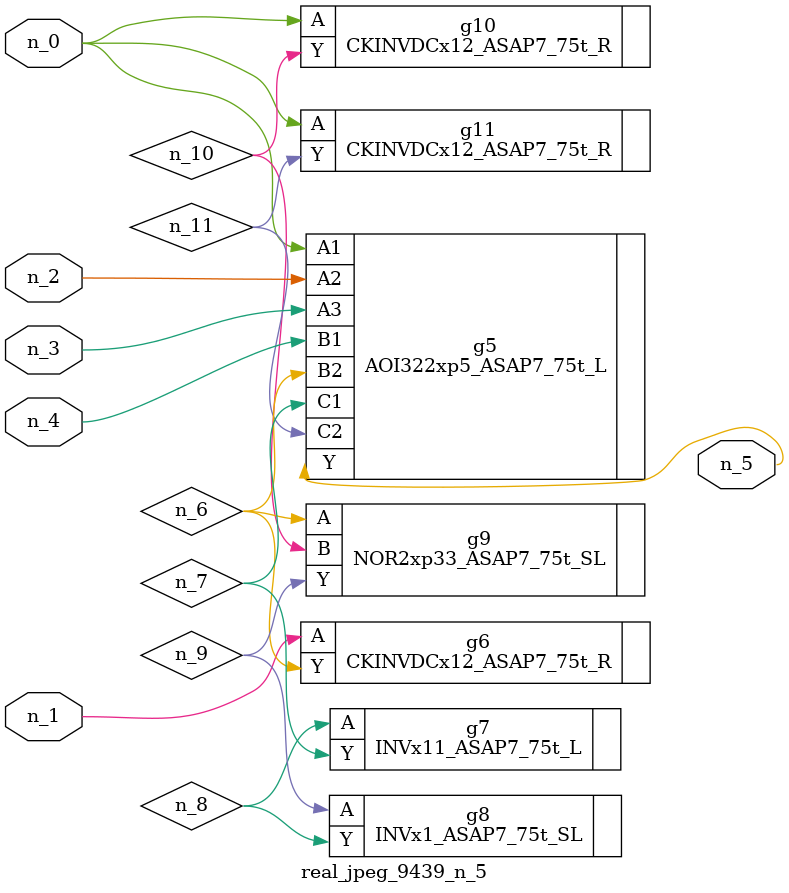
<source format=v>
module real_jpeg_9439_n_5 (n_4, n_0, n_1, n_2, n_3, n_5);

input n_4;
input n_0;
input n_1;
input n_2;
input n_3;

output n_5;

wire n_8;
wire n_11;
wire n_6;
wire n_7;
wire n_10;
wire n_9;

AOI322xp5_ASAP7_75t_L g5 ( 
.A1(n_0),
.A2(n_2),
.A3(n_3),
.B1(n_4),
.B2(n_6),
.C1(n_7),
.C2(n_11),
.Y(n_5)
);

CKINVDCx12_ASAP7_75t_R g10 ( 
.A(n_0),
.Y(n_10)
);

CKINVDCx12_ASAP7_75t_R g11 ( 
.A(n_0),
.Y(n_11)
);

CKINVDCx12_ASAP7_75t_R g6 ( 
.A(n_1),
.Y(n_6)
);

NOR2xp33_ASAP7_75t_SL g9 ( 
.A(n_6),
.B(n_10),
.Y(n_9)
);

INVx11_ASAP7_75t_L g7 ( 
.A(n_8),
.Y(n_7)
);

INVx1_ASAP7_75t_SL g8 ( 
.A(n_9),
.Y(n_8)
);


endmodule
</source>
